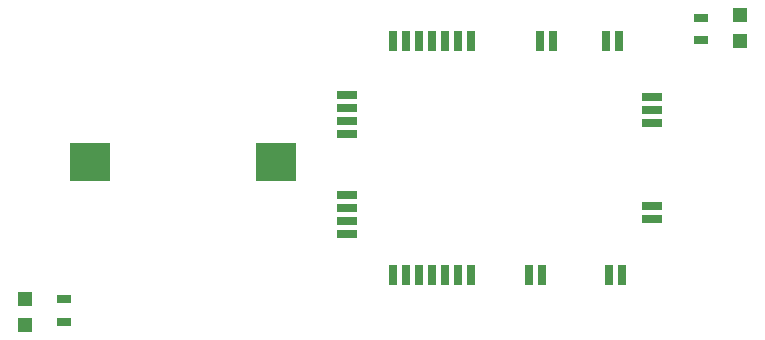
<source format=gbr>
G04 #@! TF.FileFunction,Paste,Top*
%FSLAX46Y46*%
G04 Gerber Fmt 4.6, Leading zero omitted, Abs format (unit mm)*
G04 Created by KiCad (PCBNEW 4.0.7) date 10/01/17 15:58:34*
%MOMM*%
%LPD*%
G01*
G04 APERTURE LIST*
%ADD10C,0.100000*%
%ADD11R,0.750000X1.800000*%
%ADD12R,1.800000X0.750000*%
%ADD13R,1.200000X1.200000*%
%ADD14R,3.500000X3.300000*%
%ADD15R,1.300000X0.700000*%
G04 APERTURE END LIST*
D10*
D11*
X143396000Y-89024000D03*
X144496000Y-89024000D03*
X145596000Y-89024000D03*
X146696000Y-89024000D03*
X147796000Y-89024000D03*
X154896000Y-89024000D03*
X155996000Y-89024000D03*
X161696000Y-89024000D03*
X162796000Y-89024000D03*
D12*
X165296000Y-73924000D03*
X165296000Y-75024000D03*
X165296000Y-76124000D03*
X165296000Y-83224000D03*
X165296000Y-84324000D03*
D11*
X143396000Y-69224000D03*
X144496000Y-69224000D03*
X145596000Y-69224000D03*
X146696000Y-69224000D03*
X147796000Y-69224000D03*
X148896000Y-69224000D03*
X148896000Y-89024000D03*
X149996000Y-89024000D03*
X155796000Y-69224000D03*
X149996000Y-69224000D03*
X156896000Y-69224000D03*
X161396000Y-69224000D03*
X162496000Y-69224000D03*
D12*
X139496000Y-73824000D03*
X139496000Y-74924000D03*
X139496000Y-76024000D03*
X139496000Y-77124000D03*
X139496000Y-82224000D03*
X139496000Y-83324000D03*
X139496000Y-84424000D03*
X139496000Y-85524000D03*
D13*
X112250000Y-91050000D03*
X112250000Y-93250000D03*
X172750000Y-69250000D03*
X172750000Y-67050000D03*
D14*
X117700000Y-79500000D03*
X133500000Y-79500000D03*
D15*
X115500000Y-93000000D03*
X115500000Y-91100000D03*
X169500000Y-67250000D03*
X169500000Y-69150000D03*
M02*

</source>
